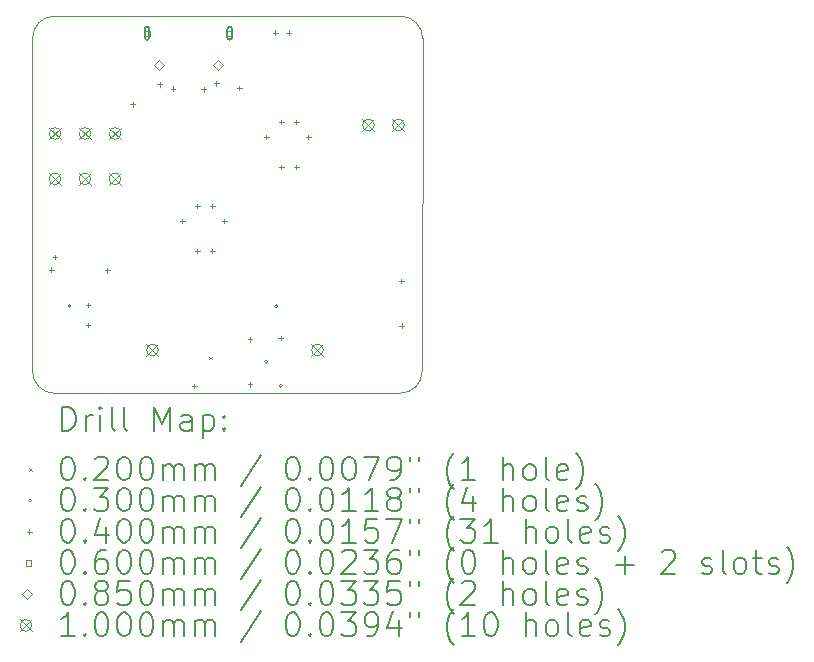
<source format=gbr>
%FSLAX45Y45*%
G04 Gerber Fmt 4.5, Leading zero omitted, Abs format (unit mm)*
G04 Created by KiCad (PCBNEW (6.0.2)) date 2022-12-08 21:30:06*
%MOMM*%
%LPD*%
G01*
G04 APERTURE LIST*
%TA.AperFunction,Profile*%
%ADD10C,0.100000*%
%TD*%
%ADD11C,0.200000*%
%ADD12C,0.020000*%
%ADD13C,0.030000*%
%ADD14C,0.040000*%
%ADD15C,0.060000*%
%ADD16C,0.085000*%
%ADD17C,0.100000*%
G04 APERTURE END LIST*
D10*
X13654212Y-7936672D02*
X10728960Y-7936672D01*
X13654212Y-7936672D02*
G75*
G03*
X13842172Y-7748712I0J187960D01*
G01*
X13844712Y-4930968D02*
G75*
G03*
X13656752Y-4743008I-187960J0D01*
G01*
X10729788Y-4743008D02*
G75*
G03*
X10541585Y-4931553I0J-188203D01*
G01*
X10729788Y-4743008D02*
X13656752Y-4743008D01*
X13844712Y-4930968D02*
X13842172Y-7748712D01*
X10541000Y-7748712D02*
G75*
G03*
X10728960Y-7936672I187960J0D01*
G01*
X10541000Y-7748712D02*
X10541585Y-4931553D01*
D11*
D12*
X12039760Y-7630320D02*
X12059760Y-7650320D01*
X12059760Y-7630320D02*
X12039760Y-7650320D01*
D13*
X10870960Y-7198360D02*
G75*
G03*
X10870960Y-7198360I-15000J0D01*
G01*
X12537200Y-7670800D02*
G75*
G03*
X12537200Y-7670800I-15000J0D01*
G01*
X12621020Y-7200900D02*
G75*
G03*
X12621020Y-7200900I-15000J0D01*
G01*
X12659120Y-7874000D02*
G75*
G03*
X12659120Y-7874000I-15000J0D01*
G01*
D14*
X10699900Y-6869600D02*
X10699900Y-6909600D01*
X10679900Y-6889600D02*
X10719900Y-6889600D01*
X10731500Y-6761800D02*
X10731500Y-6801800D01*
X10711500Y-6781800D02*
X10751500Y-6781800D01*
X11010900Y-7168200D02*
X11010900Y-7208200D01*
X10990900Y-7188200D02*
X11030900Y-7188200D01*
X11010900Y-7338380D02*
X11010900Y-7378380D01*
X10990900Y-7358380D02*
X11030900Y-7358380D01*
X11176000Y-6876100D02*
X11176000Y-6916100D01*
X11156000Y-6896100D02*
X11196000Y-6896100D01*
X11389360Y-5468940D02*
X11389360Y-5508940D01*
X11369360Y-5488940D02*
X11409360Y-5488940D01*
X11617960Y-5301300D02*
X11617960Y-5341300D01*
X11597960Y-5321300D02*
X11637960Y-5321300D01*
X11731800Y-5336400D02*
X11731800Y-5376400D01*
X11711800Y-5356400D02*
X11751800Y-5356400D01*
X11811000Y-6457000D02*
X11811000Y-6497000D01*
X11791000Y-6477000D02*
X11831000Y-6477000D01*
X11912600Y-7854000D02*
X11912600Y-7894000D01*
X11892600Y-7874000D02*
X11932600Y-7874000D01*
X11938000Y-6330000D02*
X11938000Y-6370000D01*
X11918000Y-6350000D02*
X11958000Y-6350000D01*
X11938000Y-6711000D02*
X11938000Y-6751000D01*
X11918000Y-6731000D02*
X11958000Y-6731000D01*
X11991340Y-5341940D02*
X11991340Y-5381940D01*
X11971340Y-5361940D02*
X12011340Y-5361940D01*
X12065000Y-6330000D02*
X12065000Y-6370000D01*
X12045000Y-6350000D02*
X12085000Y-6350000D01*
X12065000Y-6711000D02*
X12065000Y-6751000D01*
X12045000Y-6731000D02*
X12085000Y-6731000D01*
X12098020Y-5291970D02*
X12098020Y-5331970D01*
X12078020Y-5311970D02*
X12118020Y-5311970D01*
X12166600Y-6457000D02*
X12166600Y-6497000D01*
X12146600Y-6477000D02*
X12186600Y-6477000D01*
X12293600Y-5331780D02*
X12293600Y-5371780D01*
X12273600Y-5351780D02*
X12313600Y-5351780D01*
X12382500Y-7460300D02*
X12382500Y-7500300D01*
X12362500Y-7480300D02*
X12402500Y-7480300D01*
X12382500Y-7841300D02*
X12382500Y-7881300D01*
X12362500Y-7861300D02*
X12402500Y-7861300D01*
X12522200Y-5745800D02*
X12522200Y-5785800D01*
X12502200Y-5765800D02*
X12542200Y-5765800D01*
X12596930Y-4862950D02*
X12596930Y-4902950D01*
X12576930Y-4882950D02*
X12616930Y-4882950D01*
X12644120Y-7447600D02*
X12644120Y-7487600D01*
X12624120Y-7467600D02*
X12664120Y-7467600D01*
X12649200Y-5618800D02*
X12649200Y-5658800D01*
X12629200Y-5638800D02*
X12669200Y-5638800D01*
X12649200Y-5999800D02*
X12649200Y-6039800D01*
X12629200Y-6019800D02*
X12669200Y-6019800D01*
X12711630Y-4862950D02*
X12711630Y-4902950D01*
X12691630Y-4882950D02*
X12731630Y-4882950D01*
X12776200Y-5618800D02*
X12776200Y-5658800D01*
X12756200Y-5638800D02*
X12796200Y-5638800D01*
X12776200Y-5999800D02*
X12776200Y-6039800D01*
X12756200Y-6019800D02*
X12796200Y-6019800D01*
X12877800Y-5745800D02*
X12877800Y-5785800D01*
X12857800Y-5765800D02*
X12897800Y-5765800D01*
X13665200Y-6965000D02*
X13665200Y-7005000D01*
X13645200Y-6985000D02*
X13685200Y-6985000D01*
X13666600Y-7344600D02*
X13666600Y-7384600D01*
X13646600Y-7364600D02*
X13686600Y-7364600D01*
D15*
X11533013Y-4909463D02*
X11533013Y-4867037D01*
X11490587Y-4867037D01*
X11490587Y-4909463D01*
X11533013Y-4909463D01*
D11*
X11531800Y-4923250D02*
X11531800Y-4853250D01*
X11491800Y-4923250D02*
X11491800Y-4853250D01*
X11531800Y-4853250D02*
G75*
G03*
X11491800Y-4853250I-20000J0D01*
G01*
X11491800Y-4923250D02*
G75*
G03*
X11531800Y-4923250I20000J0D01*
G01*
D15*
X12233013Y-4909463D02*
X12233013Y-4867037D01*
X12190587Y-4867037D01*
X12190587Y-4909463D01*
X12233013Y-4909463D01*
D11*
X12191800Y-4853250D02*
X12191800Y-4923250D01*
X12231800Y-4853250D02*
X12231800Y-4923250D01*
X12191800Y-4923250D02*
G75*
G03*
X12231800Y-4923250I20000J0D01*
G01*
X12231800Y-4853250D02*
G75*
G03*
X12191800Y-4853250I-20000J0D01*
G01*
D16*
X11611800Y-5200750D02*
X11654300Y-5158250D01*
X11611800Y-5115750D01*
X11569300Y-5158250D01*
X11611800Y-5200750D01*
X12111800Y-5200750D02*
X12154300Y-5158250D01*
X12111800Y-5115750D01*
X12069300Y-5158250D01*
X12111800Y-5200750D01*
D17*
X10681500Y-6071400D02*
X10781500Y-6171400D01*
X10781500Y-6071400D02*
X10681500Y-6171400D01*
X10781500Y-6121400D02*
G75*
G03*
X10781500Y-6121400I-50000J0D01*
G01*
X10683000Y-5687900D02*
X10783000Y-5787900D01*
X10783000Y-5687900D02*
X10683000Y-5787900D01*
X10783000Y-5737900D02*
G75*
G03*
X10783000Y-5737900I-50000J0D01*
G01*
X10935500Y-6071400D02*
X11035500Y-6171400D01*
X11035500Y-6071400D02*
X10935500Y-6171400D01*
X11035500Y-6121400D02*
G75*
G03*
X11035500Y-6121400I-50000J0D01*
G01*
X10937000Y-5687900D02*
X11037000Y-5787900D01*
X11037000Y-5687900D02*
X10937000Y-5787900D01*
X11037000Y-5737900D02*
G75*
G03*
X11037000Y-5737900I-50000J0D01*
G01*
X11189500Y-6071400D02*
X11289500Y-6171400D01*
X11289500Y-6071400D02*
X11189500Y-6171400D01*
X11289500Y-6121400D02*
G75*
G03*
X11289500Y-6121400I-50000J0D01*
G01*
X11191000Y-5687900D02*
X11291000Y-5787900D01*
X11291000Y-5687900D02*
X11191000Y-5787900D01*
X11291000Y-5737900D02*
G75*
G03*
X11291000Y-5737900I-50000J0D01*
G01*
X11507000Y-7519200D02*
X11607000Y-7619200D01*
X11607000Y-7519200D02*
X11507000Y-7619200D01*
X11607000Y-7569200D02*
G75*
G03*
X11607000Y-7569200I-50000J0D01*
G01*
X12904000Y-7519200D02*
X13004000Y-7619200D01*
X13004000Y-7519200D02*
X12904000Y-7619200D01*
X13004000Y-7569200D02*
G75*
G03*
X13004000Y-7569200I-50000J0D01*
G01*
X13335800Y-5614200D02*
X13435800Y-5714200D01*
X13435800Y-5614200D02*
X13335800Y-5714200D01*
X13435800Y-5664200D02*
G75*
G03*
X13435800Y-5664200I-50000J0D01*
G01*
X13589800Y-5614200D02*
X13689800Y-5714200D01*
X13689800Y-5614200D02*
X13589800Y-5714200D01*
X13689800Y-5664200D02*
G75*
G03*
X13689800Y-5664200I-50000J0D01*
G01*
D11*
X10793619Y-8252148D02*
X10793619Y-8052148D01*
X10841238Y-8052148D01*
X10869810Y-8061672D01*
X10888857Y-8080720D01*
X10898381Y-8099767D01*
X10907905Y-8137863D01*
X10907905Y-8166434D01*
X10898381Y-8204529D01*
X10888857Y-8223577D01*
X10869810Y-8242624D01*
X10841238Y-8252148D01*
X10793619Y-8252148D01*
X10993619Y-8252148D02*
X10993619Y-8118815D01*
X10993619Y-8156910D02*
X11003143Y-8137863D01*
X11012667Y-8128339D01*
X11031714Y-8118815D01*
X11050762Y-8118815D01*
X11117429Y-8252148D02*
X11117429Y-8118815D01*
X11117429Y-8052148D02*
X11107905Y-8061672D01*
X11117429Y-8071196D01*
X11126952Y-8061672D01*
X11117429Y-8052148D01*
X11117429Y-8071196D01*
X11241238Y-8252148D02*
X11222190Y-8242624D01*
X11212667Y-8223577D01*
X11212667Y-8052148D01*
X11346000Y-8252148D02*
X11326952Y-8242624D01*
X11317428Y-8223577D01*
X11317428Y-8052148D01*
X11574571Y-8252148D02*
X11574571Y-8052148D01*
X11641238Y-8195005D01*
X11707905Y-8052148D01*
X11707905Y-8252148D01*
X11888857Y-8252148D02*
X11888857Y-8147386D01*
X11879333Y-8128339D01*
X11860286Y-8118815D01*
X11822190Y-8118815D01*
X11803143Y-8128339D01*
X11888857Y-8242624D02*
X11869809Y-8252148D01*
X11822190Y-8252148D01*
X11803143Y-8242624D01*
X11793619Y-8223577D01*
X11793619Y-8204529D01*
X11803143Y-8185482D01*
X11822190Y-8175958D01*
X11869809Y-8175958D01*
X11888857Y-8166434D01*
X11984095Y-8118815D02*
X11984095Y-8318815D01*
X11984095Y-8128339D02*
X12003143Y-8118815D01*
X12041238Y-8118815D01*
X12060286Y-8128339D01*
X12069809Y-8137863D01*
X12079333Y-8156910D01*
X12079333Y-8214053D01*
X12069809Y-8233101D01*
X12060286Y-8242624D01*
X12041238Y-8252148D01*
X12003143Y-8252148D01*
X11984095Y-8242624D01*
X12165048Y-8233101D02*
X12174571Y-8242624D01*
X12165048Y-8252148D01*
X12155524Y-8242624D01*
X12165048Y-8233101D01*
X12165048Y-8252148D01*
X12165048Y-8128339D02*
X12174571Y-8137863D01*
X12165048Y-8147386D01*
X12155524Y-8137863D01*
X12165048Y-8128339D01*
X12165048Y-8147386D01*
D12*
X10516000Y-8571672D02*
X10536000Y-8591672D01*
X10536000Y-8571672D02*
X10516000Y-8591672D01*
D11*
X10831714Y-8472148D02*
X10850762Y-8472148D01*
X10869810Y-8481672D01*
X10879333Y-8491196D01*
X10888857Y-8510244D01*
X10898381Y-8548339D01*
X10898381Y-8595958D01*
X10888857Y-8634053D01*
X10879333Y-8653101D01*
X10869810Y-8662625D01*
X10850762Y-8672148D01*
X10831714Y-8672148D01*
X10812667Y-8662625D01*
X10803143Y-8653101D01*
X10793619Y-8634053D01*
X10784095Y-8595958D01*
X10784095Y-8548339D01*
X10793619Y-8510244D01*
X10803143Y-8491196D01*
X10812667Y-8481672D01*
X10831714Y-8472148D01*
X10984095Y-8653101D02*
X10993619Y-8662625D01*
X10984095Y-8672148D01*
X10974571Y-8662625D01*
X10984095Y-8653101D01*
X10984095Y-8672148D01*
X11069810Y-8491196D02*
X11079333Y-8481672D01*
X11098381Y-8472148D01*
X11146000Y-8472148D01*
X11165048Y-8481672D01*
X11174571Y-8491196D01*
X11184095Y-8510244D01*
X11184095Y-8529291D01*
X11174571Y-8557863D01*
X11060286Y-8672148D01*
X11184095Y-8672148D01*
X11307905Y-8472148D02*
X11326952Y-8472148D01*
X11346000Y-8481672D01*
X11355524Y-8491196D01*
X11365048Y-8510244D01*
X11374571Y-8548339D01*
X11374571Y-8595958D01*
X11365048Y-8634053D01*
X11355524Y-8653101D01*
X11346000Y-8662625D01*
X11326952Y-8672148D01*
X11307905Y-8672148D01*
X11288857Y-8662625D01*
X11279333Y-8653101D01*
X11269809Y-8634053D01*
X11260286Y-8595958D01*
X11260286Y-8548339D01*
X11269809Y-8510244D01*
X11279333Y-8491196D01*
X11288857Y-8481672D01*
X11307905Y-8472148D01*
X11498381Y-8472148D02*
X11517428Y-8472148D01*
X11536476Y-8481672D01*
X11546000Y-8491196D01*
X11555524Y-8510244D01*
X11565048Y-8548339D01*
X11565048Y-8595958D01*
X11555524Y-8634053D01*
X11546000Y-8653101D01*
X11536476Y-8662625D01*
X11517428Y-8672148D01*
X11498381Y-8672148D01*
X11479333Y-8662625D01*
X11469809Y-8653101D01*
X11460286Y-8634053D01*
X11450762Y-8595958D01*
X11450762Y-8548339D01*
X11460286Y-8510244D01*
X11469809Y-8491196D01*
X11479333Y-8481672D01*
X11498381Y-8472148D01*
X11650762Y-8672148D02*
X11650762Y-8538815D01*
X11650762Y-8557863D02*
X11660286Y-8548339D01*
X11679333Y-8538815D01*
X11707905Y-8538815D01*
X11726952Y-8548339D01*
X11736476Y-8567386D01*
X11736476Y-8672148D01*
X11736476Y-8567386D02*
X11746000Y-8548339D01*
X11765048Y-8538815D01*
X11793619Y-8538815D01*
X11812667Y-8548339D01*
X11822190Y-8567386D01*
X11822190Y-8672148D01*
X11917428Y-8672148D02*
X11917428Y-8538815D01*
X11917428Y-8557863D02*
X11926952Y-8548339D01*
X11946000Y-8538815D01*
X11974571Y-8538815D01*
X11993619Y-8548339D01*
X12003143Y-8567386D01*
X12003143Y-8672148D01*
X12003143Y-8567386D02*
X12012667Y-8548339D01*
X12031714Y-8538815D01*
X12060286Y-8538815D01*
X12079333Y-8548339D01*
X12088857Y-8567386D01*
X12088857Y-8672148D01*
X12479333Y-8462625D02*
X12307905Y-8719767D01*
X12736476Y-8472148D02*
X12755524Y-8472148D01*
X12774571Y-8481672D01*
X12784095Y-8491196D01*
X12793619Y-8510244D01*
X12803143Y-8548339D01*
X12803143Y-8595958D01*
X12793619Y-8634053D01*
X12784095Y-8653101D01*
X12774571Y-8662625D01*
X12755524Y-8672148D01*
X12736476Y-8672148D01*
X12717428Y-8662625D01*
X12707905Y-8653101D01*
X12698381Y-8634053D01*
X12688857Y-8595958D01*
X12688857Y-8548339D01*
X12698381Y-8510244D01*
X12707905Y-8491196D01*
X12717428Y-8481672D01*
X12736476Y-8472148D01*
X12888857Y-8653101D02*
X12898381Y-8662625D01*
X12888857Y-8672148D01*
X12879333Y-8662625D01*
X12888857Y-8653101D01*
X12888857Y-8672148D01*
X13022190Y-8472148D02*
X13041238Y-8472148D01*
X13060286Y-8481672D01*
X13069809Y-8491196D01*
X13079333Y-8510244D01*
X13088857Y-8548339D01*
X13088857Y-8595958D01*
X13079333Y-8634053D01*
X13069809Y-8653101D01*
X13060286Y-8662625D01*
X13041238Y-8672148D01*
X13022190Y-8672148D01*
X13003143Y-8662625D01*
X12993619Y-8653101D01*
X12984095Y-8634053D01*
X12974571Y-8595958D01*
X12974571Y-8548339D01*
X12984095Y-8510244D01*
X12993619Y-8491196D01*
X13003143Y-8481672D01*
X13022190Y-8472148D01*
X13212667Y-8472148D02*
X13231714Y-8472148D01*
X13250762Y-8481672D01*
X13260286Y-8491196D01*
X13269809Y-8510244D01*
X13279333Y-8548339D01*
X13279333Y-8595958D01*
X13269809Y-8634053D01*
X13260286Y-8653101D01*
X13250762Y-8662625D01*
X13231714Y-8672148D01*
X13212667Y-8672148D01*
X13193619Y-8662625D01*
X13184095Y-8653101D01*
X13174571Y-8634053D01*
X13165048Y-8595958D01*
X13165048Y-8548339D01*
X13174571Y-8510244D01*
X13184095Y-8491196D01*
X13193619Y-8481672D01*
X13212667Y-8472148D01*
X13346000Y-8472148D02*
X13479333Y-8472148D01*
X13393619Y-8672148D01*
X13565048Y-8672148D02*
X13603143Y-8672148D01*
X13622190Y-8662625D01*
X13631714Y-8653101D01*
X13650762Y-8624529D01*
X13660286Y-8586434D01*
X13660286Y-8510244D01*
X13650762Y-8491196D01*
X13641238Y-8481672D01*
X13622190Y-8472148D01*
X13584095Y-8472148D01*
X13565048Y-8481672D01*
X13555524Y-8491196D01*
X13546000Y-8510244D01*
X13546000Y-8557863D01*
X13555524Y-8576910D01*
X13565048Y-8586434D01*
X13584095Y-8595958D01*
X13622190Y-8595958D01*
X13641238Y-8586434D01*
X13650762Y-8576910D01*
X13660286Y-8557863D01*
X13736476Y-8472148D02*
X13736476Y-8510244D01*
X13812667Y-8472148D02*
X13812667Y-8510244D01*
X14107905Y-8748339D02*
X14098381Y-8738815D01*
X14079333Y-8710244D01*
X14069809Y-8691196D01*
X14060286Y-8662625D01*
X14050762Y-8615006D01*
X14050762Y-8576910D01*
X14060286Y-8529291D01*
X14069809Y-8500720D01*
X14079333Y-8481672D01*
X14098381Y-8453101D01*
X14107905Y-8443577D01*
X14288857Y-8672148D02*
X14174571Y-8672148D01*
X14231714Y-8672148D02*
X14231714Y-8472148D01*
X14212667Y-8500720D01*
X14193619Y-8519767D01*
X14174571Y-8529291D01*
X14526952Y-8672148D02*
X14526952Y-8472148D01*
X14612667Y-8672148D02*
X14612667Y-8567386D01*
X14603143Y-8548339D01*
X14584095Y-8538815D01*
X14555524Y-8538815D01*
X14536476Y-8548339D01*
X14526952Y-8557863D01*
X14736476Y-8672148D02*
X14717428Y-8662625D01*
X14707905Y-8653101D01*
X14698381Y-8634053D01*
X14698381Y-8576910D01*
X14707905Y-8557863D01*
X14717428Y-8548339D01*
X14736476Y-8538815D01*
X14765048Y-8538815D01*
X14784095Y-8548339D01*
X14793619Y-8557863D01*
X14803143Y-8576910D01*
X14803143Y-8634053D01*
X14793619Y-8653101D01*
X14784095Y-8662625D01*
X14765048Y-8672148D01*
X14736476Y-8672148D01*
X14917428Y-8672148D02*
X14898381Y-8662625D01*
X14888857Y-8643577D01*
X14888857Y-8472148D01*
X15069809Y-8662625D02*
X15050762Y-8672148D01*
X15012667Y-8672148D01*
X14993619Y-8662625D01*
X14984095Y-8643577D01*
X14984095Y-8567386D01*
X14993619Y-8548339D01*
X15012667Y-8538815D01*
X15050762Y-8538815D01*
X15069809Y-8548339D01*
X15079333Y-8567386D01*
X15079333Y-8586434D01*
X14984095Y-8605482D01*
X15146000Y-8748339D02*
X15155524Y-8738815D01*
X15174571Y-8710244D01*
X15184095Y-8691196D01*
X15193619Y-8662625D01*
X15203143Y-8615006D01*
X15203143Y-8576910D01*
X15193619Y-8529291D01*
X15184095Y-8500720D01*
X15174571Y-8481672D01*
X15155524Y-8453101D01*
X15146000Y-8443577D01*
D13*
X10536000Y-8845672D02*
G75*
G03*
X10536000Y-8845672I-15000J0D01*
G01*
D11*
X10831714Y-8736148D02*
X10850762Y-8736148D01*
X10869810Y-8745672D01*
X10879333Y-8755196D01*
X10888857Y-8774244D01*
X10898381Y-8812339D01*
X10898381Y-8859958D01*
X10888857Y-8898053D01*
X10879333Y-8917101D01*
X10869810Y-8926625D01*
X10850762Y-8936148D01*
X10831714Y-8936148D01*
X10812667Y-8926625D01*
X10803143Y-8917101D01*
X10793619Y-8898053D01*
X10784095Y-8859958D01*
X10784095Y-8812339D01*
X10793619Y-8774244D01*
X10803143Y-8755196D01*
X10812667Y-8745672D01*
X10831714Y-8736148D01*
X10984095Y-8917101D02*
X10993619Y-8926625D01*
X10984095Y-8936148D01*
X10974571Y-8926625D01*
X10984095Y-8917101D01*
X10984095Y-8936148D01*
X11060286Y-8736148D02*
X11184095Y-8736148D01*
X11117429Y-8812339D01*
X11146000Y-8812339D01*
X11165048Y-8821863D01*
X11174571Y-8831386D01*
X11184095Y-8850434D01*
X11184095Y-8898053D01*
X11174571Y-8917101D01*
X11165048Y-8926625D01*
X11146000Y-8936148D01*
X11088857Y-8936148D01*
X11069810Y-8926625D01*
X11060286Y-8917101D01*
X11307905Y-8736148D02*
X11326952Y-8736148D01*
X11346000Y-8745672D01*
X11355524Y-8755196D01*
X11365048Y-8774244D01*
X11374571Y-8812339D01*
X11374571Y-8859958D01*
X11365048Y-8898053D01*
X11355524Y-8917101D01*
X11346000Y-8926625D01*
X11326952Y-8936148D01*
X11307905Y-8936148D01*
X11288857Y-8926625D01*
X11279333Y-8917101D01*
X11269809Y-8898053D01*
X11260286Y-8859958D01*
X11260286Y-8812339D01*
X11269809Y-8774244D01*
X11279333Y-8755196D01*
X11288857Y-8745672D01*
X11307905Y-8736148D01*
X11498381Y-8736148D02*
X11517428Y-8736148D01*
X11536476Y-8745672D01*
X11546000Y-8755196D01*
X11555524Y-8774244D01*
X11565048Y-8812339D01*
X11565048Y-8859958D01*
X11555524Y-8898053D01*
X11546000Y-8917101D01*
X11536476Y-8926625D01*
X11517428Y-8936148D01*
X11498381Y-8936148D01*
X11479333Y-8926625D01*
X11469809Y-8917101D01*
X11460286Y-8898053D01*
X11450762Y-8859958D01*
X11450762Y-8812339D01*
X11460286Y-8774244D01*
X11469809Y-8755196D01*
X11479333Y-8745672D01*
X11498381Y-8736148D01*
X11650762Y-8936148D02*
X11650762Y-8802815D01*
X11650762Y-8821863D02*
X11660286Y-8812339D01*
X11679333Y-8802815D01*
X11707905Y-8802815D01*
X11726952Y-8812339D01*
X11736476Y-8831386D01*
X11736476Y-8936148D01*
X11736476Y-8831386D02*
X11746000Y-8812339D01*
X11765048Y-8802815D01*
X11793619Y-8802815D01*
X11812667Y-8812339D01*
X11822190Y-8831386D01*
X11822190Y-8936148D01*
X11917428Y-8936148D02*
X11917428Y-8802815D01*
X11917428Y-8821863D02*
X11926952Y-8812339D01*
X11946000Y-8802815D01*
X11974571Y-8802815D01*
X11993619Y-8812339D01*
X12003143Y-8831386D01*
X12003143Y-8936148D01*
X12003143Y-8831386D02*
X12012667Y-8812339D01*
X12031714Y-8802815D01*
X12060286Y-8802815D01*
X12079333Y-8812339D01*
X12088857Y-8831386D01*
X12088857Y-8936148D01*
X12479333Y-8726625D02*
X12307905Y-8983767D01*
X12736476Y-8736148D02*
X12755524Y-8736148D01*
X12774571Y-8745672D01*
X12784095Y-8755196D01*
X12793619Y-8774244D01*
X12803143Y-8812339D01*
X12803143Y-8859958D01*
X12793619Y-8898053D01*
X12784095Y-8917101D01*
X12774571Y-8926625D01*
X12755524Y-8936148D01*
X12736476Y-8936148D01*
X12717428Y-8926625D01*
X12707905Y-8917101D01*
X12698381Y-8898053D01*
X12688857Y-8859958D01*
X12688857Y-8812339D01*
X12698381Y-8774244D01*
X12707905Y-8755196D01*
X12717428Y-8745672D01*
X12736476Y-8736148D01*
X12888857Y-8917101D02*
X12898381Y-8926625D01*
X12888857Y-8936148D01*
X12879333Y-8926625D01*
X12888857Y-8917101D01*
X12888857Y-8936148D01*
X13022190Y-8736148D02*
X13041238Y-8736148D01*
X13060286Y-8745672D01*
X13069809Y-8755196D01*
X13079333Y-8774244D01*
X13088857Y-8812339D01*
X13088857Y-8859958D01*
X13079333Y-8898053D01*
X13069809Y-8917101D01*
X13060286Y-8926625D01*
X13041238Y-8936148D01*
X13022190Y-8936148D01*
X13003143Y-8926625D01*
X12993619Y-8917101D01*
X12984095Y-8898053D01*
X12974571Y-8859958D01*
X12974571Y-8812339D01*
X12984095Y-8774244D01*
X12993619Y-8755196D01*
X13003143Y-8745672D01*
X13022190Y-8736148D01*
X13279333Y-8936148D02*
X13165048Y-8936148D01*
X13222190Y-8936148D02*
X13222190Y-8736148D01*
X13203143Y-8764720D01*
X13184095Y-8783767D01*
X13165048Y-8793291D01*
X13469809Y-8936148D02*
X13355524Y-8936148D01*
X13412667Y-8936148D02*
X13412667Y-8736148D01*
X13393619Y-8764720D01*
X13374571Y-8783767D01*
X13355524Y-8793291D01*
X13584095Y-8821863D02*
X13565048Y-8812339D01*
X13555524Y-8802815D01*
X13546000Y-8783767D01*
X13546000Y-8774244D01*
X13555524Y-8755196D01*
X13565048Y-8745672D01*
X13584095Y-8736148D01*
X13622190Y-8736148D01*
X13641238Y-8745672D01*
X13650762Y-8755196D01*
X13660286Y-8774244D01*
X13660286Y-8783767D01*
X13650762Y-8802815D01*
X13641238Y-8812339D01*
X13622190Y-8821863D01*
X13584095Y-8821863D01*
X13565048Y-8831386D01*
X13555524Y-8840910D01*
X13546000Y-8859958D01*
X13546000Y-8898053D01*
X13555524Y-8917101D01*
X13565048Y-8926625D01*
X13584095Y-8936148D01*
X13622190Y-8936148D01*
X13641238Y-8926625D01*
X13650762Y-8917101D01*
X13660286Y-8898053D01*
X13660286Y-8859958D01*
X13650762Y-8840910D01*
X13641238Y-8831386D01*
X13622190Y-8821863D01*
X13736476Y-8736148D02*
X13736476Y-8774244D01*
X13812667Y-8736148D02*
X13812667Y-8774244D01*
X14107905Y-9012339D02*
X14098381Y-9002815D01*
X14079333Y-8974244D01*
X14069809Y-8955196D01*
X14060286Y-8926625D01*
X14050762Y-8879006D01*
X14050762Y-8840910D01*
X14060286Y-8793291D01*
X14069809Y-8764720D01*
X14079333Y-8745672D01*
X14098381Y-8717101D01*
X14107905Y-8707577D01*
X14269809Y-8802815D02*
X14269809Y-8936148D01*
X14222190Y-8726625D02*
X14174571Y-8869482D01*
X14298381Y-8869482D01*
X14526952Y-8936148D02*
X14526952Y-8736148D01*
X14612667Y-8936148D02*
X14612667Y-8831386D01*
X14603143Y-8812339D01*
X14584095Y-8802815D01*
X14555524Y-8802815D01*
X14536476Y-8812339D01*
X14526952Y-8821863D01*
X14736476Y-8936148D02*
X14717428Y-8926625D01*
X14707905Y-8917101D01*
X14698381Y-8898053D01*
X14698381Y-8840910D01*
X14707905Y-8821863D01*
X14717428Y-8812339D01*
X14736476Y-8802815D01*
X14765048Y-8802815D01*
X14784095Y-8812339D01*
X14793619Y-8821863D01*
X14803143Y-8840910D01*
X14803143Y-8898053D01*
X14793619Y-8917101D01*
X14784095Y-8926625D01*
X14765048Y-8936148D01*
X14736476Y-8936148D01*
X14917428Y-8936148D02*
X14898381Y-8926625D01*
X14888857Y-8907577D01*
X14888857Y-8736148D01*
X15069809Y-8926625D02*
X15050762Y-8936148D01*
X15012667Y-8936148D01*
X14993619Y-8926625D01*
X14984095Y-8907577D01*
X14984095Y-8831386D01*
X14993619Y-8812339D01*
X15012667Y-8802815D01*
X15050762Y-8802815D01*
X15069809Y-8812339D01*
X15079333Y-8831386D01*
X15079333Y-8850434D01*
X14984095Y-8869482D01*
X15155524Y-8926625D02*
X15174571Y-8936148D01*
X15212667Y-8936148D01*
X15231714Y-8926625D01*
X15241238Y-8907577D01*
X15241238Y-8898053D01*
X15231714Y-8879006D01*
X15212667Y-8869482D01*
X15184095Y-8869482D01*
X15165048Y-8859958D01*
X15155524Y-8840910D01*
X15155524Y-8831386D01*
X15165048Y-8812339D01*
X15184095Y-8802815D01*
X15212667Y-8802815D01*
X15231714Y-8812339D01*
X15307905Y-9012339D02*
X15317428Y-9002815D01*
X15336476Y-8974244D01*
X15346000Y-8955196D01*
X15355524Y-8926625D01*
X15365048Y-8879006D01*
X15365048Y-8840910D01*
X15355524Y-8793291D01*
X15346000Y-8764720D01*
X15336476Y-8745672D01*
X15317428Y-8717101D01*
X15307905Y-8707577D01*
D14*
X10516000Y-9089672D02*
X10516000Y-9129672D01*
X10496000Y-9109672D02*
X10536000Y-9109672D01*
D11*
X10831714Y-9000148D02*
X10850762Y-9000148D01*
X10869810Y-9009672D01*
X10879333Y-9019196D01*
X10888857Y-9038244D01*
X10898381Y-9076339D01*
X10898381Y-9123958D01*
X10888857Y-9162053D01*
X10879333Y-9181101D01*
X10869810Y-9190625D01*
X10850762Y-9200148D01*
X10831714Y-9200148D01*
X10812667Y-9190625D01*
X10803143Y-9181101D01*
X10793619Y-9162053D01*
X10784095Y-9123958D01*
X10784095Y-9076339D01*
X10793619Y-9038244D01*
X10803143Y-9019196D01*
X10812667Y-9009672D01*
X10831714Y-9000148D01*
X10984095Y-9181101D02*
X10993619Y-9190625D01*
X10984095Y-9200148D01*
X10974571Y-9190625D01*
X10984095Y-9181101D01*
X10984095Y-9200148D01*
X11165048Y-9066815D02*
X11165048Y-9200148D01*
X11117429Y-8990625D02*
X11069810Y-9133482D01*
X11193619Y-9133482D01*
X11307905Y-9000148D02*
X11326952Y-9000148D01*
X11346000Y-9009672D01*
X11355524Y-9019196D01*
X11365048Y-9038244D01*
X11374571Y-9076339D01*
X11374571Y-9123958D01*
X11365048Y-9162053D01*
X11355524Y-9181101D01*
X11346000Y-9190625D01*
X11326952Y-9200148D01*
X11307905Y-9200148D01*
X11288857Y-9190625D01*
X11279333Y-9181101D01*
X11269809Y-9162053D01*
X11260286Y-9123958D01*
X11260286Y-9076339D01*
X11269809Y-9038244D01*
X11279333Y-9019196D01*
X11288857Y-9009672D01*
X11307905Y-9000148D01*
X11498381Y-9000148D02*
X11517428Y-9000148D01*
X11536476Y-9009672D01*
X11546000Y-9019196D01*
X11555524Y-9038244D01*
X11565048Y-9076339D01*
X11565048Y-9123958D01*
X11555524Y-9162053D01*
X11546000Y-9181101D01*
X11536476Y-9190625D01*
X11517428Y-9200148D01*
X11498381Y-9200148D01*
X11479333Y-9190625D01*
X11469809Y-9181101D01*
X11460286Y-9162053D01*
X11450762Y-9123958D01*
X11450762Y-9076339D01*
X11460286Y-9038244D01*
X11469809Y-9019196D01*
X11479333Y-9009672D01*
X11498381Y-9000148D01*
X11650762Y-9200148D02*
X11650762Y-9066815D01*
X11650762Y-9085863D02*
X11660286Y-9076339D01*
X11679333Y-9066815D01*
X11707905Y-9066815D01*
X11726952Y-9076339D01*
X11736476Y-9095386D01*
X11736476Y-9200148D01*
X11736476Y-9095386D02*
X11746000Y-9076339D01*
X11765048Y-9066815D01*
X11793619Y-9066815D01*
X11812667Y-9076339D01*
X11822190Y-9095386D01*
X11822190Y-9200148D01*
X11917428Y-9200148D02*
X11917428Y-9066815D01*
X11917428Y-9085863D02*
X11926952Y-9076339D01*
X11946000Y-9066815D01*
X11974571Y-9066815D01*
X11993619Y-9076339D01*
X12003143Y-9095386D01*
X12003143Y-9200148D01*
X12003143Y-9095386D02*
X12012667Y-9076339D01*
X12031714Y-9066815D01*
X12060286Y-9066815D01*
X12079333Y-9076339D01*
X12088857Y-9095386D01*
X12088857Y-9200148D01*
X12479333Y-8990625D02*
X12307905Y-9247767D01*
X12736476Y-9000148D02*
X12755524Y-9000148D01*
X12774571Y-9009672D01*
X12784095Y-9019196D01*
X12793619Y-9038244D01*
X12803143Y-9076339D01*
X12803143Y-9123958D01*
X12793619Y-9162053D01*
X12784095Y-9181101D01*
X12774571Y-9190625D01*
X12755524Y-9200148D01*
X12736476Y-9200148D01*
X12717428Y-9190625D01*
X12707905Y-9181101D01*
X12698381Y-9162053D01*
X12688857Y-9123958D01*
X12688857Y-9076339D01*
X12698381Y-9038244D01*
X12707905Y-9019196D01*
X12717428Y-9009672D01*
X12736476Y-9000148D01*
X12888857Y-9181101D02*
X12898381Y-9190625D01*
X12888857Y-9200148D01*
X12879333Y-9190625D01*
X12888857Y-9181101D01*
X12888857Y-9200148D01*
X13022190Y-9000148D02*
X13041238Y-9000148D01*
X13060286Y-9009672D01*
X13069809Y-9019196D01*
X13079333Y-9038244D01*
X13088857Y-9076339D01*
X13088857Y-9123958D01*
X13079333Y-9162053D01*
X13069809Y-9181101D01*
X13060286Y-9190625D01*
X13041238Y-9200148D01*
X13022190Y-9200148D01*
X13003143Y-9190625D01*
X12993619Y-9181101D01*
X12984095Y-9162053D01*
X12974571Y-9123958D01*
X12974571Y-9076339D01*
X12984095Y-9038244D01*
X12993619Y-9019196D01*
X13003143Y-9009672D01*
X13022190Y-9000148D01*
X13279333Y-9200148D02*
X13165048Y-9200148D01*
X13222190Y-9200148D02*
X13222190Y-9000148D01*
X13203143Y-9028720D01*
X13184095Y-9047767D01*
X13165048Y-9057291D01*
X13460286Y-9000148D02*
X13365048Y-9000148D01*
X13355524Y-9095386D01*
X13365048Y-9085863D01*
X13384095Y-9076339D01*
X13431714Y-9076339D01*
X13450762Y-9085863D01*
X13460286Y-9095386D01*
X13469809Y-9114434D01*
X13469809Y-9162053D01*
X13460286Y-9181101D01*
X13450762Y-9190625D01*
X13431714Y-9200148D01*
X13384095Y-9200148D01*
X13365048Y-9190625D01*
X13355524Y-9181101D01*
X13536476Y-9000148D02*
X13669809Y-9000148D01*
X13584095Y-9200148D01*
X13736476Y-9000148D02*
X13736476Y-9038244D01*
X13812667Y-9000148D02*
X13812667Y-9038244D01*
X14107905Y-9276339D02*
X14098381Y-9266815D01*
X14079333Y-9238244D01*
X14069809Y-9219196D01*
X14060286Y-9190625D01*
X14050762Y-9143006D01*
X14050762Y-9104910D01*
X14060286Y-9057291D01*
X14069809Y-9028720D01*
X14079333Y-9009672D01*
X14098381Y-8981101D01*
X14107905Y-8971577D01*
X14165048Y-9000148D02*
X14288857Y-9000148D01*
X14222190Y-9076339D01*
X14250762Y-9076339D01*
X14269809Y-9085863D01*
X14279333Y-9095386D01*
X14288857Y-9114434D01*
X14288857Y-9162053D01*
X14279333Y-9181101D01*
X14269809Y-9190625D01*
X14250762Y-9200148D01*
X14193619Y-9200148D01*
X14174571Y-9190625D01*
X14165048Y-9181101D01*
X14479333Y-9200148D02*
X14365048Y-9200148D01*
X14422190Y-9200148D02*
X14422190Y-9000148D01*
X14403143Y-9028720D01*
X14384095Y-9047767D01*
X14365048Y-9057291D01*
X14717428Y-9200148D02*
X14717428Y-9000148D01*
X14803143Y-9200148D02*
X14803143Y-9095386D01*
X14793619Y-9076339D01*
X14774571Y-9066815D01*
X14746000Y-9066815D01*
X14726952Y-9076339D01*
X14717428Y-9085863D01*
X14926952Y-9200148D02*
X14907905Y-9190625D01*
X14898381Y-9181101D01*
X14888857Y-9162053D01*
X14888857Y-9104910D01*
X14898381Y-9085863D01*
X14907905Y-9076339D01*
X14926952Y-9066815D01*
X14955524Y-9066815D01*
X14974571Y-9076339D01*
X14984095Y-9085863D01*
X14993619Y-9104910D01*
X14993619Y-9162053D01*
X14984095Y-9181101D01*
X14974571Y-9190625D01*
X14955524Y-9200148D01*
X14926952Y-9200148D01*
X15107905Y-9200148D02*
X15088857Y-9190625D01*
X15079333Y-9171577D01*
X15079333Y-9000148D01*
X15260286Y-9190625D02*
X15241238Y-9200148D01*
X15203143Y-9200148D01*
X15184095Y-9190625D01*
X15174571Y-9171577D01*
X15174571Y-9095386D01*
X15184095Y-9076339D01*
X15203143Y-9066815D01*
X15241238Y-9066815D01*
X15260286Y-9076339D01*
X15269809Y-9095386D01*
X15269809Y-9114434D01*
X15174571Y-9133482D01*
X15346000Y-9190625D02*
X15365048Y-9200148D01*
X15403143Y-9200148D01*
X15422190Y-9190625D01*
X15431714Y-9171577D01*
X15431714Y-9162053D01*
X15422190Y-9143006D01*
X15403143Y-9133482D01*
X15374571Y-9133482D01*
X15355524Y-9123958D01*
X15346000Y-9104910D01*
X15346000Y-9095386D01*
X15355524Y-9076339D01*
X15374571Y-9066815D01*
X15403143Y-9066815D01*
X15422190Y-9076339D01*
X15498381Y-9276339D02*
X15507905Y-9266815D01*
X15526952Y-9238244D01*
X15536476Y-9219196D01*
X15546000Y-9190625D01*
X15555524Y-9143006D01*
X15555524Y-9104910D01*
X15546000Y-9057291D01*
X15536476Y-9028720D01*
X15526952Y-9009672D01*
X15507905Y-8981101D01*
X15498381Y-8971577D01*
D15*
X10527213Y-9394886D02*
X10527213Y-9352459D01*
X10484787Y-9352459D01*
X10484787Y-9394886D01*
X10527213Y-9394886D01*
D11*
X10831714Y-9264148D02*
X10850762Y-9264148D01*
X10869810Y-9273672D01*
X10879333Y-9283196D01*
X10888857Y-9302244D01*
X10898381Y-9340339D01*
X10898381Y-9387958D01*
X10888857Y-9426053D01*
X10879333Y-9445101D01*
X10869810Y-9454625D01*
X10850762Y-9464148D01*
X10831714Y-9464148D01*
X10812667Y-9454625D01*
X10803143Y-9445101D01*
X10793619Y-9426053D01*
X10784095Y-9387958D01*
X10784095Y-9340339D01*
X10793619Y-9302244D01*
X10803143Y-9283196D01*
X10812667Y-9273672D01*
X10831714Y-9264148D01*
X10984095Y-9445101D02*
X10993619Y-9454625D01*
X10984095Y-9464148D01*
X10974571Y-9454625D01*
X10984095Y-9445101D01*
X10984095Y-9464148D01*
X11165048Y-9264148D02*
X11126952Y-9264148D01*
X11107905Y-9273672D01*
X11098381Y-9283196D01*
X11079333Y-9311767D01*
X11069810Y-9349863D01*
X11069810Y-9426053D01*
X11079333Y-9445101D01*
X11088857Y-9454625D01*
X11107905Y-9464148D01*
X11146000Y-9464148D01*
X11165048Y-9454625D01*
X11174571Y-9445101D01*
X11184095Y-9426053D01*
X11184095Y-9378434D01*
X11174571Y-9359386D01*
X11165048Y-9349863D01*
X11146000Y-9340339D01*
X11107905Y-9340339D01*
X11088857Y-9349863D01*
X11079333Y-9359386D01*
X11069810Y-9378434D01*
X11307905Y-9264148D02*
X11326952Y-9264148D01*
X11346000Y-9273672D01*
X11355524Y-9283196D01*
X11365048Y-9302244D01*
X11374571Y-9340339D01*
X11374571Y-9387958D01*
X11365048Y-9426053D01*
X11355524Y-9445101D01*
X11346000Y-9454625D01*
X11326952Y-9464148D01*
X11307905Y-9464148D01*
X11288857Y-9454625D01*
X11279333Y-9445101D01*
X11269809Y-9426053D01*
X11260286Y-9387958D01*
X11260286Y-9340339D01*
X11269809Y-9302244D01*
X11279333Y-9283196D01*
X11288857Y-9273672D01*
X11307905Y-9264148D01*
X11498381Y-9264148D02*
X11517428Y-9264148D01*
X11536476Y-9273672D01*
X11546000Y-9283196D01*
X11555524Y-9302244D01*
X11565048Y-9340339D01*
X11565048Y-9387958D01*
X11555524Y-9426053D01*
X11546000Y-9445101D01*
X11536476Y-9454625D01*
X11517428Y-9464148D01*
X11498381Y-9464148D01*
X11479333Y-9454625D01*
X11469809Y-9445101D01*
X11460286Y-9426053D01*
X11450762Y-9387958D01*
X11450762Y-9340339D01*
X11460286Y-9302244D01*
X11469809Y-9283196D01*
X11479333Y-9273672D01*
X11498381Y-9264148D01*
X11650762Y-9464148D02*
X11650762Y-9330815D01*
X11650762Y-9349863D02*
X11660286Y-9340339D01*
X11679333Y-9330815D01*
X11707905Y-9330815D01*
X11726952Y-9340339D01*
X11736476Y-9359386D01*
X11736476Y-9464148D01*
X11736476Y-9359386D02*
X11746000Y-9340339D01*
X11765048Y-9330815D01*
X11793619Y-9330815D01*
X11812667Y-9340339D01*
X11822190Y-9359386D01*
X11822190Y-9464148D01*
X11917428Y-9464148D02*
X11917428Y-9330815D01*
X11917428Y-9349863D02*
X11926952Y-9340339D01*
X11946000Y-9330815D01*
X11974571Y-9330815D01*
X11993619Y-9340339D01*
X12003143Y-9359386D01*
X12003143Y-9464148D01*
X12003143Y-9359386D02*
X12012667Y-9340339D01*
X12031714Y-9330815D01*
X12060286Y-9330815D01*
X12079333Y-9340339D01*
X12088857Y-9359386D01*
X12088857Y-9464148D01*
X12479333Y-9254625D02*
X12307905Y-9511767D01*
X12736476Y-9264148D02*
X12755524Y-9264148D01*
X12774571Y-9273672D01*
X12784095Y-9283196D01*
X12793619Y-9302244D01*
X12803143Y-9340339D01*
X12803143Y-9387958D01*
X12793619Y-9426053D01*
X12784095Y-9445101D01*
X12774571Y-9454625D01*
X12755524Y-9464148D01*
X12736476Y-9464148D01*
X12717428Y-9454625D01*
X12707905Y-9445101D01*
X12698381Y-9426053D01*
X12688857Y-9387958D01*
X12688857Y-9340339D01*
X12698381Y-9302244D01*
X12707905Y-9283196D01*
X12717428Y-9273672D01*
X12736476Y-9264148D01*
X12888857Y-9445101D02*
X12898381Y-9454625D01*
X12888857Y-9464148D01*
X12879333Y-9454625D01*
X12888857Y-9445101D01*
X12888857Y-9464148D01*
X13022190Y-9264148D02*
X13041238Y-9264148D01*
X13060286Y-9273672D01*
X13069809Y-9283196D01*
X13079333Y-9302244D01*
X13088857Y-9340339D01*
X13088857Y-9387958D01*
X13079333Y-9426053D01*
X13069809Y-9445101D01*
X13060286Y-9454625D01*
X13041238Y-9464148D01*
X13022190Y-9464148D01*
X13003143Y-9454625D01*
X12993619Y-9445101D01*
X12984095Y-9426053D01*
X12974571Y-9387958D01*
X12974571Y-9340339D01*
X12984095Y-9302244D01*
X12993619Y-9283196D01*
X13003143Y-9273672D01*
X13022190Y-9264148D01*
X13165048Y-9283196D02*
X13174571Y-9273672D01*
X13193619Y-9264148D01*
X13241238Y-9264148D01*
X13260286Y-9273672D01*
X13269809Y-9283196D01*
X13279333Y-9302244D01*
X13279333Y-9321291D01*
X13269809Y-9349863D01*
X13155524Y-9464148D01*
X13279333Y-9464148D01*
X13346000Y-9264148D02*
X13469809Y-9264148D01*
X13403143Y-9340339D01*
X13431714Y-9340339D01*
X13450762Y-9349863D01*
X13460286Y-9359386D01*
X13469809Y-9378434D01*
X13469809Y-9426053D01*
X13460286Y-9445101D01*
X13450762Y-9454625D01*
X13431714Y-9464148D01*
X13374571Y-9464148D01*
X13355524Y-9454625D01*
X13346000Y-9445101D01*
X13641238Y-9264148D02*
X13603143Y-9264148D01*
X13584095Y-9273672D01*
X13574571Y-9283196D01*
X13555524Y-9311767D01*
X13546000Y-9349863D01*
X13546000Y-9426053D01*
X13555524Y-9445101D01*
X13565048Y-9454625D01*
X13584095Y-9464148D01*
X13622190Y-9464148D01*
X13641238Y-9454625D01*
X13650762Y-9445101D01*
X13660286Y-9426053D01*
X13660286Y-9378434D01*
X13650762Y-9359386D01*
X13641238Y-9349863D01*
X13622190Y-9340339D01*
X13584095Y-9340339D01*
X13565048Y-9349863D01*
X13555524Y-9359386D01*
X13546000Y-9378434D01*
X13736476Y-9264148D02*
X13736476Y-9302244D01*
X13812667Y-9264148D02*
X13812667Y-9302244D01*
X14107905Y-9540339D02*
X14098381Y-9530815D01*
X14079333Y-9502244D01*
X14069809Y-9483196D01*
X14060286Y-9454625D01*
X14050762Y-9407006D01*
X14050762Y-9368910D01*
X14060286Y-9321291D01*
X14069809Y-9292720D01*
X14079333Y-9273672D01*
X14098381Y-9245101D01*
X14107905Y-9235577D01*
X14222190Y-9264148D02*
X14241238Y-9264148D01*
X14260286Y-9273672D01*
X14269809Y-9283196D01*
X14279333Y-9302244D01*
X14288857Y-9340339D01*
X14288857Y-9387958D01*
X14279333Y-9426053D01*
X14269809Y-9445101D01*
X14260286Y-9454625D01*
X14241238Y-9464148D01*
X14222190Y-9464148D01*
X14203143Y-9454625D01*
X14193619Y-9445101D01*
X14184095Y-9426053D01*
X14174571Y-9387958D01*
X14174571Y-9340339D01*
X14184095Y-9302244D01*
X14193619Y-9283196D01*
X14203143Y-9273672D01*
X14222190Y-9264148D01*
X14526952Y-9464148D02*
X14526952Y-9264148D01*
X14612667Y-9464148D02*
X14612667Y-9359386D01*
X14603143Y-9340339D01*
X14584095Y-9330815D01*
X14555524Y-9330815D01*
X14536476Y-9340339D01*
X14526952Y-9349863D01*
X14736476Y-9464148D02*
X14717428Y-9454625D01*
X14707905Y-9445101D01*
X14698381Y-9426053D01*
X14698381Y-9368910D01*
X14707905Y-9349863D01*
X14717428Y-9340339D01*
X14736476Y-9330815D01*
X14765048Y-9330815D01*
X14784095Y-9340339D01*
X14793619Y-9349863D01*
X14803143Y-9368910D01*
X14803143Y-9426053D01*
X14793619Y-9445101D01*
X14784095Y-9454625D01*
X14765048Y-9464148D01*
X14736476Y-9464148D01*
X14917428Y-9464148D02*
X14898381Y-9454625D01*
X14888857Y-9435577D01*
X14888857Y-9264148D01*
X15069809Y-9454625D02*
X15050762Y-9464148D01*
X15012667Y-9464148D01*
X14993619Y-9454625D01*
X14984095Y-9435577D01*
X14984095Y-9359386D01*
X14993619Y-9340339D01*
X15012667Y-9330815D01*
X15050762Y-9330815D01*
X15069809Y-9340339D01*
X15079333Y-9359386D01*
X15079333Y-9378434D01*
X14984095Y-9397482D01*
X15155524Y-9454625D02*
X15174571Y-9464148D01*
X15212667Y-9464148D01*
X15231714Y-9454625D01*
X15241238Y-9435577D01*
X15241238Y-9426053D01*
X15231714Y-9407006D01*
X15212667Y-9397482D01*
X15184095Y-9397482D01*
X15165048Y-9387958D01*
X15155524Y-9368910D01*
X15155524Y-9359386D01*
X15165048Y-9340339D01*
X15184095Y-9330815D01*
X15212667Y-9330815D01*
X15231714Y-9340339D01*
X15479333Y-9387958D02*
X15631714Y-9387958D01*
X15555524Y-9464148D02*
X15555524Y-9311767D01*
X15869809Y-9283196D02*
X15879333Y-9273672D01*
X15898381Y-9264148D01*
X15946000Y-9264148D01*
X15965048Y-9273672D01*
X15974571Y-9283196D01*
X15984095Y-9302244D01*
X15984095Y-9321291D01*
X15974571Y-9349863D01*
X15860286Y-9464148D01*
X15984095Y-9464148D01*
X16212667Y-9454625D02*
X16231714Y-9464148D01*
X16269809Y-9464148D01*
X16288857Y-9454625D01*
X16298381Y-9435577D01*
X16298381Y-9426053D01*
X16288857Y-9407006D01*
X16269809Y-9397482D01*
X16241238Y-9397482D01*
X16222190Y-9387958D01*
X16212667Y-9368910D01*
X16212667Y-9359386D01*
X16222190Y-9340339D01*
X16241238Y-9330815D01*
X16269809Y-9330815D01*
X16288857Y-9340339D01*
X16412667Y-9464148D02*
X16393619Y-9454625D01*
X16384095Y-9435577D01*
X16384095Y-9264148D01*
X16517428Y-9464148D02*
X16498381Y-9454625D01*
X16488857Y-9445101D01*
X16479333Y-9426053D01*
X16479333Y-9368910D01*
X16488857Y-9349863D01*
X16498381Y-9340339D01*
X16517428Y-9330815D01*
X16546000Y-9330815D01*
X16565048Y-9340339D01*
X16574571Y-9349863D01*
X16584095Y-9368910D01*
X16584095Y-9426053D01*
X16574571Y-9445101D01*
X16565048Y-9454625D01*
X16546000Y-9464148D01*
X16517428Y-9464148D01*
X16641238Y-9330815D02*
X16717428Y-9330815D01*
X16669809Y-9264148D02*
X16669809Y-9435577D01*
X16679333Y-9454625D01*
X16698381Y-9464148D01*
X16717428Y-9464148D01*
X16774571Y-9454625D02*
X16793619Y-9464148D01*
X16831714Y-9464148D01*
X16850762Y-9454625D01*
X16860286Y-9435577D01*
X16860286Y-9426053D01*
X16850762Y-9407006D01*
X16831714Y-9397482D01*
X16803143Y-9397482D01*
X16784095Y-9387958D01*
X16774571Y-9368910D01*
X16774571Y-9359386D01*
X16784095Y-9340339D01*
X16803143Y-9330815D01*
X16831714Y-9330815D01*
X16850762Y-9340339D01*
X16926952Y-9540339D02*
X16936476Y-9530815D01*
X16955524Y-9502244D01*
X16965048Y-9483196D01*
X16974571Y-9454625D01*
X16984095Y-9407006D01*
X16984095Y-9368910D01*
X16974571Y-9321291D01*
X16965048Y-9292720D01*
X16955524Y-9273672D01*
X16936476Y-9245101D01*
X16926952Y-9235577D01*
D16*
X10493500Y-9680172D02*
X10536000Y-9637672D01*
X10493500Y-9595172D01*
X10451000Y-9637672D01*
X10493500Y-9680172D01*
D11*
X10831714Y-9528148D02*
X10850762Y-9528148D01*
X10869810Y-9537672D01*
X10879333Y-9547196D01*
X10888857Y-9566244D01*
X10898381Y-9604339D01*
X10898381Y-9651958D01*
X10888857Y-9690053D01*
X10879333Y-9709101D01*
X10869810Y-9718625D01*
X10850762Y-9728148D01*
X10831714Y-9728148D01*
X10812667Y-9718625D01*
X10803143Y-9709101D01*
X10793619Y-9690053D01*
X10784095Y-9651958D01*
X10784095Y-9604339D01*
X10793619Y-9566244D01*
X10803143Y-9547196D01*
X10812667Y-9537672D01*
X10831714Y-9528148D01*
X10984095Y-9709101D02*
X10993619Y-9718625D01*
X10984095Y-9728148D01*
X10974571Y-9718625D01*
X10984095Y-9709101D01*
X10984095Y-9728148D01*
X11107905Y-9613863D02*
X11088857Y-9604339D01*
X11079333Y-9594815D01*
X11069810Y-9575767D01*
X11069810Y-9566244D01*
X11079333Y-9547196D01*
X11088857Y-9537672D01*
X11107905Y-9528148D01*
X11146000Y-9528148D01*
X11165048Y-9537672D01*
X11174571Y-9547196D01*
X11184095Y-9566244D01*
X11184095Y-9575767D01*
X11174571Y-9594815D01*
X11165048Y-9604339D01*
X11146000Y-9613863D01*
X11107905Y-9613863D01*
X11088857Y-9623386D01*
X11079333Y-9632910D01*
X11069810Y-9651958D01*
X11069810Y-9690053D01*
X11079333Y-9709101D01*
X11088857Y-9718625D01*
X11107905Y-9728148D01*
X11146000Y-9728148D01*
X11165048Y-9718625D01*
X11174571Y-9709101D01*
X11184095Y-9690053D01*
X11184095Y-9651958D01*
X11174571Y-9632910D01*
X11165048Y-9623386D01*
X11146000Y-9613863D01*
X11365048Y-9528148D02*
X11269809Y-9528148D01*
X11260286Y-9623386D01*
X11269809Y-9613863D01*
X11288857Y-9604339D01*
X11336476Y-9604339D01*
X11355524Y-9613863D01*
X11365048Y-9623386D01*
X11374571Y-9642434D01*
X11374571Y-9690053D01*
X11365048Y-9709101D01*
X11355524Y-9718625D01*
X11336476Y-9728148D01*
X11288857Y-9728148D01*
X11269809Y-9718625D01*
X11260286Y-9709101D01*
X11498381Y-9528148D02*
X11517428Y-9528148D01*
X11536476Y-9537672D01*
X11546000Y-9547196D01*
X11555524Y-9566244D01*
X11565048Y-9604339D01*
X11565048Y-9651958D01*
X11555524Y-9690053D01*
X11546000Y-9709101D01*
X11536476Y-9718625D01*
X11517428Y-9728148D01*
X11498381Y-9728148D01*
X11479333Y-9718625D01*
X11469809Y-9709101D01*
X11460286Y-9690053D01*
X11450762Y-9651958D01*
X11450762Y-9604339D01*
X11460286Y-9566244D01*
X11469809Y-9547196D01*
X11479333Y-9537672D01*
X11498381Y-9528148D01*
X11650762Y-9728148D02*
X11650762Y-9594815D01*
X11650762Y-9613863D02*
X11660286Y-9604339D01*
X11679333Y-9594815D01*
X11707905Y-9594815D01*
X11726952Y-9604339D01*
X11736476Y-9623386D01*
X11736476Y-9728148D01*
X11736476Y-9623386D02*
X11746000Y-9604339D01*
X11765048Y-9594815D01*
X11793619Y-9594815D01*
X11812667Y-9604339D01*
X11822190Y-9623386D01*
X11822190Y-9728148D01*
X11917428Y-9728148D02*
X11917428Y-9594815D01*
X11917428Y-9613863D02*
X11926952Y-9604339D01*
X11946000Y-9594815D01*
X11974571Y-9594815D01*
X11993619Y-9604339D01*
X12003143Y-9623386D01*
X12003143Y-9728148D01*
X12003143Y-9623386D02*
X12012667Y-9604339D01*
X12031714Y-9594815D01*
X12060286Y-9594815D01*
X12079333Y-9604339D01*
X12088857Y-9623386D01*
X12088857Y-9728148D01*
X12479333Y-9518625D02*
X12307905Y-9775767D01*
X12736476Y-9528148D02*
X12755524Y-9528148D01*
X12774571Y-9537672D01*
X12784095Y-9547196D01*
X12793619Y-9566244D01*
X12803143Y-9604339D01*
X12803143Y-9651958D01*
X12793619Y-9690053D01*
X12784095Y-9709101D01*
X12774571Y-9718625D01*
X12755524Y-9728148D01*
X12736476Y-9728148D01*
X12717428Y-9718625D01*
X12707905Y-9709101D01*
X12698381Y-9690053D01*
X12688857Y-9651958D01*
X12688857Y-9604339D01*
X12698381Y-9566244D01*
X12707905Y-9547196D01*
X12717428Y-9537672D01*
X12736476Y-9528148D01*
X12888857Y-9709101D02*
X12898381Y-9718625D01*
X12888857Y-9728148D01*
X12879333Y-9718625D01*
X12888857Y-9709101D01*
X12888857Y-9728148D01*
X13022190Y-9528148D02*
X13041238Y-9528148D01*
X13060286Y-9537672D01*
X13069809Y-9547196D01*
X13079333Y-9566244D01*
X13088857Y-9604339D01*
X13088857Y-9651958D01*
X13079333Y-9690053D01*
X13069809Y-9709101D01*
X13060286Y-9718625D01*
X13041238Y-9728148D01*
X13022190Y-9728148D01*
X13003143Y-9718625D01*
X12993619Y-9709101D01*
X12984095Y-9690053D01*
X12974571Y-9651958D01*
X12974571Y-9604339D01*
X12984095Y-9566244D01*
X12993619Y-9547196D01*
X13003143Y-9537672D01*
X13022190Y-9528148D01*
X13155524Y-9528148D02*
X13279333Y-9528148D01*
X13212667Y-9604339D01*
X13241238Y-9604339D01*
X13260286Y-9613863D01*
X13269809Y-9623386D01*
X13279333Y-9642434D01*
X13279333Y-9690053D01*
X13269809Y-9709101D01*
X13260286Y-9718625D01*
X13241238Y-9728148D01*
X13184095Y-9728148D01*
X13165048Y-9718625D01*
X13155524Y-9709101D01*
X13346000Y-9528148D02*
X13469809Y-9528148D01*
X13403143Y-9604339D01*
X13431714Y-9604339D01*
X13450762Y-9613863D01*
X13460286Y-9623386D01*
X13469809Y-9642434D01*
X13469809Y-9690053D01*
X13460286Y-9709101D01*
X13450762Y-9718625D01*
X13431714Y-9728148D01*
X13374571Y-9728148D01*
X13355524Y-9718625D01*
X13346000Y-9709101D01*
X13650762Y-9528148D02*
X13555524Y-9528148D01*
X13546000Y-9623386D01*
X13555524Y-9613863D01*
X13574571Y-9604339D01*
X13622190Y-9604339D01*
X13641238Y-9613863D01*
X13650762Y-9623386D01*
X13660286Y-9642434D01*
X13660286Y-9690053D01*
X13650762Y-9709101D01*
X13641238Y-9718625D01*
X13622190Y-9728148D01*
X13574571Y-9728148D01*
X13555524Y-9718625D01*
X13546000Y-9709101D01*
X13736476Y-9528148D02*
X13736476Y-9566244D01*
X13812667Y-9528148D02*
X13812667Y-9566244D01*
X14107905Y-9804339D02*
X14098381Y-9794815D01*
X14079333Y-9766244D01*
X14069809Y-9747196D01*
X14060286Y-9718625D01*
X14050762Y-9671006D01*
X14050762Y-9632910D01*
X14060286Y-9585291D01*
X14069809Y-9556720D01*
X14079333Y-9537672D01*
X14098381Y-9509101D01*
X14107905Y-9499577D01*
X14174571Y-9547196D02*
X14184095Y-9537672D01*
X14203143Y-9528148D01*
X14250762Y-9528148D01*
X14269809Y-9537672D01*
X14279333Y-9547196D01*
X14288857Y-9566244D01*
X14288857Y-9585291D01*
X14279333Y-9613863D01*
X14165048Y-9728148D01*
X14288857Y-9728148D01*
X14526952Y-9728148D02*
X14526952Y-9528148D01*
X14612667Y-9728148D02*
X14612667Y-9623386D01*
X14603143Y-9604339D01*
X14584095Y-9594815D01*
X14555524Y-9594815D01*
X14536476Y-9604339D01*
X14526952Y-9613863D01*
X14736476Y-9728148D02*
X14717428Y-9718625D01*
X14707905Y-9709101D01*
X14698381Y-9690053D01*
X14698381Y-9632910D01*
X14707905Y-9613863D01*
X14717428Y-9604339D01*
X14736476Y-9594815D01*
X14765048Y-9594815D01*
X14784095Y-9604339D01*
X14793619Y-9613863D01*
X14803143Y-9632910D01*
X14803143Y-9690053D01*
X14793619Y-9709101D01*
X14784095Y-9718625D01*
X14765048Y-9728148D01*
X14736476Y-9728148D01*
X14917428Y-9728148D02*
X14898381Y-9718625D01*
X14888857Y-9699577D01*
X14888857Y-9528148D01*
X15069809Y-9718625D02*
X15050762Y-9728148D01*
X15012667Y-9728148D01*
X14993619Y-9718625D01*
X14984095Y-9699577D01*
X14984095Y-9623386D01*
X14993619Y-9604339D01*
X15012667Y-9594815D01*
X15050762Y-9594815D01*
X15069809Y-9604339D01*
X15079333Y-9623386D01*
X15079333Y-9642434D01*
X14984095Y-9661482D01*
X15155524Y-9718625D02*
X15174571Y-9728148D01*
X15212667Y-9728148D01*
X15231714Y-9718625D01*
X15241238Y-9699577D01*
X15241238Y-9690053D01*
X15231714Y-9671006D01*
X15212667Y-9661482D01*
X15184095Y-9661482D01*
X15165048Y-9651958D01*
X15155524Y-9632910D01*
X15155524Y-9623386D01*
X15165048Y-9604339D01*
X15184095Y-9594815D01*
X15212667Y-9594815D01*
X15231714Y-9604339D01*
X15307905Y-9804339D02*
X15317428Y-9794815D01*
X15336476Y-9766244D01*
X15346000Y-9747196D01*
X15355524Y-9718625D01*
X15365048Y-9671006D01*
X15365048Y-9632910D01*
X15355524Y-9585291D01*
X15346000Y-9556720D01*
X15336476Y-9537672D01*
X15317428Y-9509101D01*
X15307905Y-9499577D01*
D17*
X10436000Y-9851672D02*
X10536000Y-9951672D01*
X10536000Y-9851672D02*
X10436000Y-9951672D01*
X10536000Y-9901672D02*
G75*
G03*
X10536000Y-9901672I-50000J0D01*
G01*
D11*
X10898381Y-9992148D02*
X10784095Y-9992148D01*
X10841238Y-9992148D02*
X10841238Y-9792148D01*
X10822190Y-9820720D01*
X10803143Y-9839767D01*
X10784095Y-9849291D01*
X10984095Y-9973101D02*
X10993619Y-9982625D01*
X10984095Y-9992148D01*
X10974571Y-9982625D01*
X10984095Y-9973101D01*
X10984095Y-9992148D01*
X11117429Y-9792148D02*
X11136476Y-9792148D01*
X11155524Y-9801672D01*
X11165048Y-9811196D01*
X11174571Y-9830244D01*
X11184095Y-9868339D01*
X11184095Y-9915958D01*
X11174571Y-9954053D01*
X11165048Y-9973101D01*
X11155524Y-9982625D01*
X11136476Y-9992148D01*
X11117429Y-9992148D01*
X11098381Y-9982625D01*
X11088857Y-9973101D01*
X11079333Y-9954053D01*
X11069810Y-9915958D01*
X11069810Y-9868339D01*
X11079333Y-9830244D01*
X11088857Y-9811196D01*
X11098381Y-9801672D01*
X11117429Y-9792148D01*
X11307905Y-9792148D02*
X11326952Y-9792148D01*
X11346000Y-9801672D01*
X11355524Y-9811196D01*
X11365048Y-9830244D01*
X11374571Y-9868339D01*
X11374571Y-9915958D01*
X11365048Y-9954053D01*
X11355524Y-9973101D01*
X11346000Y-9982625D01*
X11326952Y-9992148D01*
X11307905Y-9992148D01*
X11288857Y-9982625D01*
X11279333Y-9973101D01*
X11269809Y-9954053D01*
X11260286Y-9915958D01*
X11260286Y-9868339D01*
X11269809Y-9830244D01*
X11279333Y-9811196D01*
X11288857Y-9801672D01*
X11307905Y-9792148D01*
X11498381Y-9792148D02*
X11517428Y-9792148D01*
X11536476Y-9801672D01*
X11546000Y-9811196D01*
X11555524Y-9830244D01*
X11565048Y-9868339D01*
X11565048Y-9915958D01*
X11555524Y-9954053D01*
X11546000Y-9973101D01*
X11536476Y-9982625D01*
X11517428Y-9992148D01*
X11498381Y-9992148D01*
X11479333Y-9982625D01*
X11469809Y-9973101D01*
X11460286Y-9954053D01*
X11450762Y-9915958D01*
X11450762Y-9868339D01*
X11460286Y-9830244D01*
X11469809Y-9811196D01*
X11479333Y-9801672D01*
X11498381Y-9792148D01*
X11650762Y-9992148D02*
X11650762Y-9858815D01*
X11650762Y-9877863D02*
X11660286Y-9868339D01*
X11679333Y-9858815D01*
X11707905Y-9858815D01*
X11726952Y-9868339D01*
X11736476Y-9887386D01*
X11736476Y-9992148D01*
X11736476Y-9887386D02*
X11746000Y-9868339D01*
X11765048Y-9858815D01*
X11793619Y-9858815D01*
X11812667Y-9868339D01*
X11822190Y-9887386D01*
X11822190Y-9992148D01*
X11917428Y-9992148D02*
X11917428Y-9858815D01*
X11917428Y-9877863D02*
X11926952Y-9868339D01*
X11946000Y-9858815D01*
X11974571Y-9858815D01*
X11993619Y-9868339D01*
X12003143Y-9887386D01*
X12003143Y-9992148D01*
X12003143Y-9887386D02*
X12012667Y-9868339D01*
X12031714Y-9858815D01*
X12060286Y-9858815D01*
X12079333Y-9868339D01*
X12088857Y-9887386D01*
X12088857Y-9992148D01*
X12479333Y-9782625D02*
X12307905Y-10039767D01*
X12736476Y-9792148D02*
X12755524Y-9792148D01*
X12774571Y-9801672D01*
X12784095Y-9811196D01*
X12793619Y-9830244D01*
X12803143Y-9868339D01*
X12803143Y-9915958D01*
X12793619Y-9954053D01*
X12784095Y-9973101D01*
X12774571Y-9982625D01*
X12755524Y-9992148D01*
X12736476Y-9992148D01*
X12717428Y-9982625D01*
X12707905Y-9973101D01*
X12698381Y-9954053D01*
X12688857Y-9915958D01*
X12688857Y-9868339D01*
X12698381Y-9830244D01*
X12707905Y-9811196D01*
X12717428Y-9801672D01*
X12736476Y-9792148D01*
X12888857Y-9973101D02*
X12898381Y-9982625D01*
X12888857Y-9992148D01*
X12879333Y-9982625D01*
X12888857Y-9973101D01*
X12888857Y-9992148D01*
X13022190Y-9792148D02*
X13041238Y-9792148D01*
X13060286Y-9801672D01*
X13069809Y-9811196D01*
X13079333Y-9830244D01*
X13088857Y-9868339D01*
X13088857Y-9915958D01*
X13079333Y-9954053D01*
X13069809Y-9973101D01*
X13060286Y-9982625D01*
X13041238Y-9992148D01*
X13022190Y-9992148D01*
X13003143Y-9982625D01*
X12993619Y-9973101D01*
X12984095Y-9954053D01*
X12974571Y-9915958D01*
X12974571Y-9868339D01*
X12984095Y-9830244D01*
X12993619Y-9811196D01*
X13003143Y-9801672D01*
X13022190Y-9792148D01*
X13155524Y-9792148D02*
X13279333Y-9792148D01*
X13212667Y-9868339D01*
X13241238Y-9868339D01*
X13260286Y-9877863D01*
X13269809Y-9887386D01*
X13279333Y-9906434D01*
X13279333Y-9954053D01*
X13269809Y-9973101D01*
X13260286Y-9982625D01*
X13241238Y-9992148D01*
X13184095Y-9992148D01*
X13165048Y-9982625D01*
X13155524Y-9973101D01*
X13374571Y-9992148D02*
X13412667Y-9992148D01*
X13431714Y-9982625D01*
X13441238Y-9973101D01*
X13460286Y-9944529D01*
X13469809Y-9906434D01*
X13469809Y-9830244D01*
X13460286Y-9811196D01*
X13450762Y-9801672D01*
X13431714Y-9792148D01*
X13393619Y-9792148D01*
X13374571Y-9801672D01*
X13365048Y-9811196D01*
X13355524Y-9830244D01*
X13355524Y-9877863D01*
X13365048Y-9896910D01*
X13374571Y-9906434D01*
X13393619Y-9915958D01*
X13431714Y-9915958D01*
X13450762Y-9906434D01*
X13460286Y-9896910D01*
X13469809Y-9877863D01*
X13641238Y-9858815D02*
X13641238Y-9992148D01*
X13593619Y-9782625D02*
X13546000Y-9925482D01*
X13669809Y-9925482D01*
X13736476Y-9792148D02*
X13736476Y-9830244D01*
X13812667Y-9792148D02*
X13812667Y-9830244D01*
X14107905Y-10068339D02*
X14098381Y-10058815D01*
X14079333Y-10030244D01*
X14069809Y-10011196D01*
X14060286Y-9982625D01*
X14050762Y-9935006D01*
X14050762Y-9896910D01*
X14060286Y-9849291D01*
X14069809Y-9820720D01*
X14079333Y-9801672D01*
X14098381Y-9773101D01*
X14107905Y-9763577D01*
X14288857Y-9992148D02*
X14174571Y-9992148D01*
X14231714Y-9992148D02*
X14231714Y-9792148D01*
X14212667Y-9820720D01*
X14193619Y-9839767D01*
X14174571Y-9849291D01*
X14412667Y-9792148D02*
X14431714Y-9792148D01*
X14450762Y-9801672D01*
X14460286Y-9811196D01*
X14469809Y-9830244D01*
X14479333Y-9868339D01*
X14479333Y-9915958D01*
X14469809Y-9954053D01*
X14460286Y-9973101D01*
X14450762Y-9982625D01*
X14431714Y-9992148D01*
X14412667Y-9992148D01*
X14393619Y-9982625D01*
X14384095Y-9973101D01*
X14374571Y-9954053D01*
X14365048Y-9915958D01*
X14365048Y-9868339D01*
X14374571Y-9830244D01*
X14384095Y-9811196D01*
X14393619Y-9801672D01*
X14412667Y-9792148D01*
X14717428Y-9992148D02*
X14717428Y-9792148D01*
X14803143Y-9992148D02*
X14803143Y-9887386D01*
X14793619Y-9868339D01*
X14774571Y-9858815D01*
X14746000Y-9858815D01*
X14726952Y-9868339D01*
X14717428Y-9877863D01*
X14926952Y-9992148D02*
X14907905Y-9982625D01*
X14898381Y-9973101D01*
X14888857Y-9954053D01*
X14888857Y-9896910D01*
X14898381Y-9877863D01*
X14907905Y-9868339D01*
X14926952Y-9858815D01*
X14955524Y-9858815D01*
X14974571Y-9868339D01*
X14984095Y-9877863D01*
X14993619Y-9896910D01*
X14993619Y-9954053D01*
X14984095Y-9973101D01*
X14974571Y-9982625D01*
X14955524Y-9992148D01*
X14926952Y-9992148D01*
X15107905Y-9992148D02*
X15088857Y-9982625D01*
X15079333Y-9963577D01*
X15079333Y-9792148D01*
X15260286Y-9982625D02*
X15241238Y-9992148D01*
X15203143Y-9992148D01*
X15184095Y-9982625D01*
X15174571Y-9963577D01*
X15174571Y-9887386D01*
X15184095Y-9868339D01*
X15203143Y-9858815D01*
X15241238Y-9858815D01*
X15260286Y-9868339D01*
X15269809Y-9887386D01*
X15269809Y-9906434D01*
X15174571Y-9925482D01*
X15346000Y-9982625D02*
X15365048Y-9992148D01*
X15403143Y-9992148D01*
X15422190Y-9982625D01*
X15431714Y-9963577D01*
X15431714Y-9954053D01*
X15422190Y-9935006D01*
X15403143Y-9925482D01*
X15374571Y-9925482D01*
X15355524Y-9915958D01*
X15346000Y-9896910D01*
X15346000Y-9887386D01*
X15355524Y-9868339D01*
X15374571Y-9858815D01*
X15403143Y-9858815D01*
X15422190Y-9868339D01*
X15498381Y-10068339D02*
X15507905Y-10058815D01*
X15526952Y-10030244D01*
X15536476Y-10011196D01*
X15546000Y-9982625D01*
X15555524Y-9935006D01*
X15555524Y-9896910D01*
X15546000Y-9849291D01*
X15536476Y-9820720D01*
X15526952Y-9801672D01*
X15507905Y-9773101D01*
X15498381Y-9763577D01*
M02*

</source>
